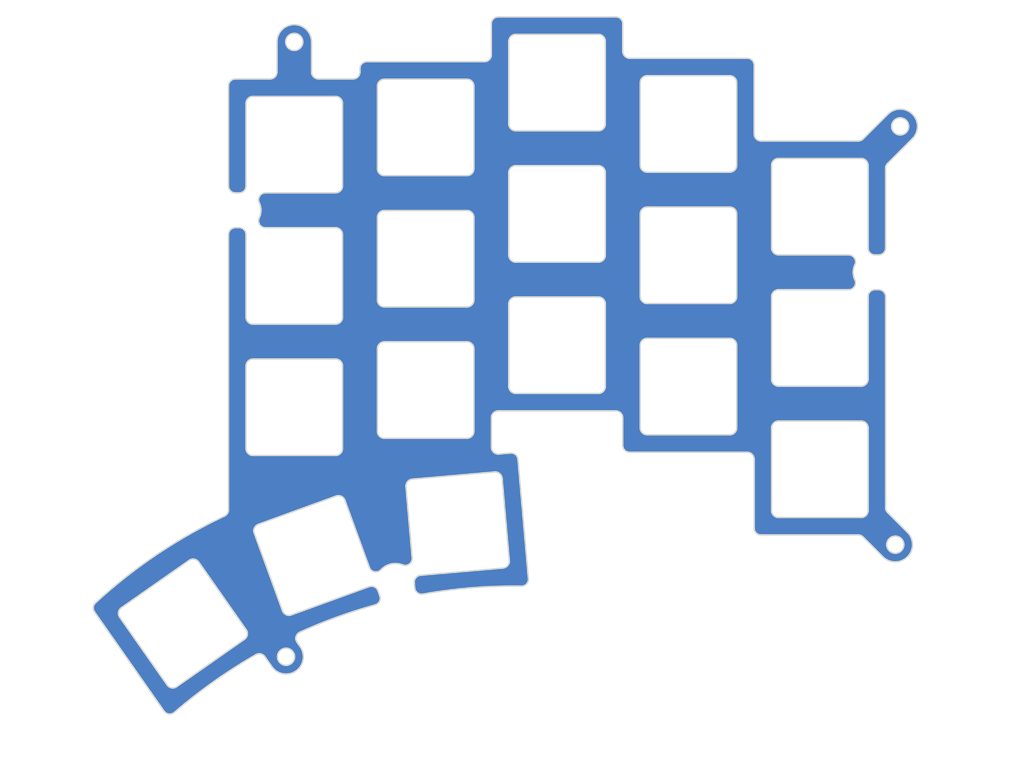
<source format=kicad_pcb>
(kicad_pcb (version 20221018) (generator pcbnew)
  (layers (0 "F.Cu" signal) (31 "B.Cu" signal) (34 "B.Paste" user) (35 "F.Paste" user) (36 "B.SilkS" user "B.Silkscreen") (37 "F.SilkS" user "F.Silkscreen") (38 "B.Mask" user) (39 "F.Mask" user) (44 "Edge.Cuts" user))
  (net 0 "")
  (gr_arc (start 107.785706 79.798925) (mid 107.0786 79.506031) (end 106.785706 78.798925) (stroke (width 0.2)) (layer "Edge.Cuts"))
  (gr_arc (start 120.785706 78.798925) (mid 120.492813 79.506032) (end 119.785706 79.798925) (stroke (width 0.2)) (layer "Edge.Cuts"))
  (gr_arc (start 158.885706 69.798925) (mid 158.592828 70.506049) (end 157.885706 70.798925) (stroke (width 0.2)) (layer "Edge.Cuts"))
  (gr_line (start 177.935706 63.798925) (end 177.935706 75.798925) (stroke (width 0.2)) (layer "Edge.Cuts"))
  (gr_line (start 164.935706 43.748925) (end 176.935706 43.748925) (stroke (width 0.2)) (layer "Edge.Cuts"))
  (gr_line (start 164.935706 76.798925) (end 176.935706 76.798925) (stroke (width 0.2)) (layer "Edge.Cuts"))
  (gr_line (start 145.131648 98.498584) (end 143.447805 98.645803) (stroke (width 0.2)) (layer "Edge.Cuts"))
  (gr_line (start 164.935706 57.748925) (end 176.935706 57.748925) (stroke (width 0.2)) (layer "Edge.Cuts"))
  (gr_arc (start 179.460706 98.373925) (mid 180.167823 98.666806) (end 180.460706 99.373925) (stroke (width 0.2)) (layer "Edge.Cuts"))
  (gr_arc (start 182.985706 56.748925) (mid 183.278614 56.041835) (end 183.985706 55.748925) (stroke (width 0.2)) (layer "Edge.Cuts"))
  (gr_line (start 109.616802 65.798925) (end 119.785706 65.798925) (stroke (width 0.2)) (layer "Edge.Cuts"))
  (gr_arc (start 158.885706 88.848925) (mid 158.592828 89.556049) (end 157.885706 89.848925) (stroke (width 0.2)) (layer "Edge.Cuts"))
  (gr_arc (start 199.86426 49.334838) (mid 203.399794 49.334838) (end 203.399794 52.870372) (stroke (width 0.2)) (layer "Edge.Cuts"))
  (gr_line (start 112.075295 121.386822) (end 107.971701 110.110275) (stroke (width 0.2)) (layer "Edge.Cuts"))
  (gr_line (start 139.835706 64.298925) (end 139.835706 76.298925) (stroke (width 0.2)) (layer "Edge.Cuts"))
  (gr_line (start 202.692687 110.020372) (end 199.8036 107.131284) (stroke (width 0.2)) (layer "Edge.Cuts"))
  (gr_arc (start 106.785706 59.748925) (mid 106.492813 60.456032) (end 105.785706 60.748925) (stroke (width 0.2)) (layer "Edge.Cuts"))
  (gr_arc (start 108.213494 127.737873) (mid 108.929396 127.628517) (end 109.531384 128.031115) (stroke (width 0.2)) (layer "Edge.Cuts"))
  (gr_line (start 142.836168 101.233912) (end 130.881772 102.279094) (stroke (width 0.2)) (layer "Edge.Cuts"))
  (gr_arc (start 96.741944 132.398375) (mid 95.99471 132.563987) (end 95.34923 132.152719) (stroke (width 0.2)) (layer "Edge.Cuts"))
  (gr_line (start 181.460706 53.223925) (end 195.560959 53.223925) (stroke (width 0.2)) (layer "Edge.Cuts"))
  (gr_line (start 158.885706 76.848925) (end 158.885706 88.848925) (stroke (width 0.2)) (layer "Edge.Cuts"))
  (gr_arc (start 130.87676 113.703015) (mid 130.476515 114.593134) (end 129.508619 114.71837) (stroke (width 0.2)) (layer "Edge.Cuts"))
  (gr_line (start 145.885706 37.748925) (end 157.885706 37.748925) (stroke (width 0.2)) (layer "Edge.Cuts"))
  (gr_arc (start 157.885706 75.848925) (mid 158.592815 76.141817) (end 158.885706 76.848925) (stroke (width 0.2)) (layer "Edge.Cuts"))
  (gr_line (start 181.460706 110.373925) (end 195.560959 110.373925) (stroke (width 0.2)) (layer "Edge.Cuts"))
  (gr_line (start 106.81782 124.123307) (end 99.935467 114.293088) (stroke (width 0.2)) (layer "Edge.Cuts"))
  (gr_line (start 109.616802 60.748925) (end 119.785706 60.748925) (stroke (width 0.2)) (layer "Edge.Cuts"))
  (gr_arc (start 145.885706 70.798925) (mid 145.178601 70.506031) (end 144.885706 69.798925) (stroke (width 0.2)) (layer "Edge.Cuts"))
  (gr_arc (start 158.885706 50.748925) (mid 158.592828 51.456049) (end 157.885706 51.748925) (stroke (width 0.2)) (layer "Edge.Cuts"))
  (gr_line (start 111.285706 43.223925) (end 111.285706 38.844123) (stroke (width 0.2)) (layer "Edge.Cuts"))
  (gr_line (start 145.885706 56.798925) (end 157.885706 56.798925) (stroke (width 0.2)) (layer "Edge.Cuts"))
  (gr_arc (start 164.935706 76.798925) (mid 164.228601 76.506031) (end 163.935706 75.798925) (stroke (width 0.2)) (layer "Edge.Cuts"))
  (gr_arc (start 144.885706 76.848925) (mid 145.178614 76.141835) (end 145.885706 75.848925) (stroke (width 0.2)) (layer "Edge.Cuts"))
  (gr_line (start 126.835706 58.248925) (end 138.835706 58.248925) (stroke (width 0.2)) (layer "Edge.Cuts"))
  (gr_arc (start 181.460706 110.373925) (mid 180.753609 110.08102) (end 180.460706 109.373925) (stroke (width 0.2)) (layer "Edge.Cuts"))
  (gr_line (start 144.964649 114.097409) (end 143.919466 102.143013) (stroke (width 0.2)) (layer "Edge.Cuts"))
  (gr_line (start 126.835706 77.298925) (end 138.835706 77.298925) (stroke (width 0.2)) (layer "Edge.Cuts"))
  (gr_line (start 197.985706 69.748925) (end 198.510706 69.748925) (stroke (width 0.2)) (layer "Edge.Cuts"))
  (gr_line (start 164.935706 95.848925) (end 176.935706 95.848925) (stroke (width 0.2)) (layer "Edge.Cuts"))
  (gr_arc (start 147.728144 116.715057) (mid 147.464094 117.483319) (end 146.716864 117.802042) (stroke (width 0.2)) (layer "Edge.Cuts"))
  (gr_arc (start 109.616802 65.798925) (mid 108.771462 65.333156) (end 108.71359 64.36973) (stroke (width 0.2)) (layer "Edge.Cuts"))
  (gr_line (start 183.985706 88.798925) (end 195.985706 88.798925) (stroke (width 0.2)) (layer "Edge.Cuts"))
  (gr_arc (start 176.935706 43.748925) (mid 177.642823 44.041806) (end 177.935706 44.748925) (stroke (width 0.2)) (layer "Edge.Cuts"))
  (gr_arc (start 138.835706 44.248925) (mid 139.542815 44.541817) (end 139.835706 45.248925) (stroke (width 0.2)) (layer "Edge.Cuts"))
  (gr_arc (start 195.985706 55.748925) (mid 196.692823 56.041806) (end 196.985706 56.748925) (stroke (width 0.2)) (layer "Edge.Cuts"))
  (gr_arc (start 108.71359 62.17812) (mid 108.960706 63.273925) (end 108.71359 64.36973) (stroke (width 0.2)) (layer "Edge.Cuts"))
  (gr_arc (start 142.360706 36.223925) (mid 142.653614 35.516835) (end 143.360706 35.223925) (stroke (width 0.2)) (layer "Edge.Cuts"))
  (gr_arc (start 96.38568 136.118128) (mid 95.608983 136.352493) (end 94.9141 135.933778) (stroke (width 0.2)) (layer "Edge.Cuts"))
  (gr_arc (start 119.785706 65.798925) (mid 120.492813 66.091818) (end 120.785706 66.798925) (stroke (width 0.2)) (layer "Edge.Cuts"))
  (gr_arc (start 199.510706 57.173673) (mid 199.586825 56.790987) (end 199.8036 56.466566) (stroke (width 0.2)) (layer "Edge.Cuts"))
  (gr_line (start 141.360706 41.723925) (end 124.310706 41.723925) (stroke (width 0.2)) (layer "Edge.Cuts"))
  (gr_line (start 161.410706 40.223925) (end 161.410706 36.223925) (stroke (width 0.2)) (layer "Edge.Cuts"))
  (gr_arc (start 197.985706 69.748925) (mid 197.278609 69.45602) (end 196.985706 68.748925) (stroke (width 0.2)) (layer "Edge.Cuts"))
  (gr_arc (start 163.935706 44.748925) (mid 164.228614 44.041835) (end 164.935706 43.748925) (stroke (width 0.2)) (layer "Edge.Cuts"))
  (gr_line (start 120.785706 66.798925) (end 120.785706 78.798925) (stroke (width 0.2)) (layer "Edge.Cuts"))
  (gr_line (start 179.460706 41.223925) (end 162.410706 41.223925) (stroke (width 0.2)) (layer "Edge.Cuts"))
  (gr_arc (start 163.935706 82.848925) (mid 164.228614 82.141835) (end 164.935706 81.848925) (stroke (width 0.2)) (layer "Edge.Cuts"))
  (gr_line (start 124.633521 117.880974) (end 113.356974 121.984568) (stroke (width 0.2)) (layer "Edge.Cuts"))
  (gr_arc (start 88.466877 122.322499) (mid 88.301264 121.575265) (end 88.712533 120.929785) (stroke (width 0.2)) (layer "Edge.Cuts"))
  (gr_line (start 196.268066 110.666818) (end 199.157153 113.555906) (stroke (width 0.2)) (layer "Edge.Cuts"))
  (gr_line (start 177.935706 44.748925) (end 177.935706 56.748925) (stroke (width 0.2)) (layer "Edge.Cuts"))
  (gr_arc (start 177.935706 75.798925) (mid 177.642828 76.506049) (end 176.935706 76.798925) (stroke (width 0.2)) (layer "Edge.Cuts"))
  (gr_arc (start 138.835706 82.348925) (mid 139.542815 82.641817) (end 139.835706 83.348925) (stroke (width 0.2)) (layer "Edge.Cuts"))
  (gr_arc (start 120.785706 97.848925) (mid 120.492813 98.556032) (end 119.785706 98.848925) (stroke (width 0.2)) (layer "Edge.Cuts"))
  (gr_arc (start 183.985706 69.748925) (mid 183.278609 69.45602) (end 182.985706 68.748925) (stroke (width 0.2)) (layer "Edge.Cuts"))
  (gr_line (start 105.785706 65.798925) (end 105.260706 65.798925) (stroke (width 0.2)) (layer "Edge.Cuts"))
  (gr_line (start 183.985706 55.748925) (end 195.985706 55.748925) (stroke (width 0.2)) (layer "Edge.Cuts"))
  (gr_line (start 158.885706 38.748925) (end 158.885706 50.748925) (stroke (width 0.2)) (layer "Edge.Cuts"))
  (gr_arc (start 117.285706 44.223925) (mid 116.5786 43.931031) (end 116.285706 43.223925) (stroke (width 0.2)) (layer "Edge.Cuts"))
  (gr_arc (start 111.285706 43.223925) (mid 110.992813 43.931032) (end 110.285706 44.223925) (stroke (width 0.2)) (layer "Edge.Cuts"))
  (gr_line (start 183.985706 93.848925) (end 195.985706 93.848925) (stroke (width 0.2)) (layer "Edge.Cuts"))
  (gr_arc (start 194.154611 69.748925) (mid 194.999952 70.214681) (end 195.057822 71.17812) (stroke (width 0.2)) (layer "Edge.Cuts"))
  (gr_arc (start 202.692687 110.020372) (mid 202.692687 113.555906) (end 199.157153 113.555906) (stroke (width 0.2)) (layer "Edge.Cuts"))
  (gr_arc (start 162.410706 98.373925) (mid 161.703601 98.081031) (end 161.410706 97.373925) (stroke (width 0.2)) (layer "Edge.Cuts"))
  (gr_arc (start 123.310706 42.723925) (mid 123.6036 42.016819) (end 124.310706 41.723925) (stroke (width 0.2)) (layer "Edge.Cuts"))
  (gr_arc (start 114.640828 126.611099) (mid 114.026689 130.092886) (end 110.544903 129.478746) (stroke (width 0.2)) (layer "Edge.Cuts"))
  (gr_line (start 120.785706 85.848925) (end 120.785706 97.848925) (stroke (width 0.2)) (layer "Edge.Cuts"))
  (gr_arc (start 124.633521 117.880974) (mid 125.398157 117.914403) (end 125.915199 118.47872) (stroke (width 0.2)) (layer "Edge.Cuts"))
  (gr_arc (start 123.310706 43.223925) (mid 123.017813 43.931032) (end 122.310706 44.223925) (stroke (width 0.2)) (layer "Edge.Cuts"))
  (gr_arc (start 119.785706 84.848925) (mid 120.492813 85.141818) (end 120.785706 85.848925) (stroke (width 0.2)) (layer "Edge.Cuts"))
  (gr_line (start 104.260706 59.748925) (end 104.260706 45.223925) (stroke (width 0.2)) (layer "Edge.Cuts"))
  (gr_line (start 145.885706 89.848925) (end 157.885706 89.848925) (stroke (width 0.2)) (layer "Edge.Cuts"))
  (gr_arc (start 104.260706 106.729762) (mid 104.105344 107.2651) (end 103.687533 107.634095) (stroke (width 0.2)) (layer "Edge.Cuts"))
  (gr_arc (start 196.985706 87.798925) (mid 196.692828 88.506049) (end 195.985706 88.798925) (stroke (width 0.2)) (layer "Edge.Cuts"))
  (gr_line (start 116.285706 43.223925) (end 116.285706 38.844123) (stroke (width 0.2)) (layer "Edge.Cuts"))
  (gr_line (start 145.885706 75.848925) (end 157.885706 75.848925) (stroke (width 0.2)) (layer "Edge.Cuts"))
  (gr_line (start 161.410706 93.373925) (end 161.410706 97.373925) (stroke (width 0.2)) (layer "Edge.Cuts"))
  (gr_arc (start 164.935706 95.848925) (mid 164.228601 95.556031) (end 163.935706 94.848925) (stroke (width 0.2)) (layer "Edge.Cuts"))
  (gr_arc (start 145.885706 51.748925) (mid 145.178601 51.456031) (end 144.885706 50.748925) (stroke (width 0.2)) (layer "Edge.Cuts"))
  (gr_line (start 106.785706 85.848925) (end 106.785706 97.848925) (stroke (width 0.2)) (layer "Edge.Cuts"))
  (gr_arc (start 182.985706 94.848925) (mid 183.278614 94.141835) (end 183.985706 93.848925) (stroke (width 0.2)) (layer "Edge.Cuts"))
  (gr_line (start 163.935706 44.748925) (end 163.935706 56.748925) (stroke (width 0.2)) (layer "Edge.Cuts"))
  (gr_arc (start 120.785706 59.748925) (mid 120.492813 60.456032) (end 119.785706 60.748925) (stroke (width 0.2)) (layer "Edge.Cuts"))
  (gr_circle (center 200.92492 111.788139) (end 202.17492 111.788139) (stroke (width 0.2)) (fill none) (layer "Edge.Cuts"))
  (gr_line (start 139.835706 83.348925) (end 139.835706 95.348925) (stroke (width 0.2)) (layer "Edge.Cuts"))
  (gr_arc (start 144.964649 114.097409) (mid 144.734443 114.827318) (end 144.055548 115.180707) (stroke (width 0.2)) (layer "Edge.Cuts"))
  (gr_line (start 143.360706 92.373925) (end 160.410706 92.373925) (stroke (width 0.2)) (layer "Edge.Cuts"))
  (gr_circle (center 201.632027 51.102605) (end 202.882027 51.102605) (stroke (width 0.2)) (fill none) (layer "Edge.Cuts"))
  (gr_arc (start 139.835706 76.298925) (mid 139.542813 77.006031) (end 138.835706 77.298925) (stroke (width 0.2)) (layer "Edge.Cuts"))
  (gr_line (start 139.835706 45.248925) (end 139.835706 57.248925) (stroke (width 0.2)) (layer "Edge.Cuts"))
  (gr_line (start 108.569447 108.828597) (end 119.845994 104.725002) (stroke (width 0.2)) (layer "Edge.Cuts"))
  (gr_arc (start 182.985706 75.798925) (mid 183.278614 75.091835) (end 183.985706 74.798925) (stroke (width 0.2)) (layer "Edge.Cuts"))
  (gr_circle (center 113.785706 38.844123) (end 115.035706 38.844123) (stroke (width 0.2)) (fill none) (layer "Edge.Cuts"))
  (gr_line (start 197.985706 74.798925) (end 198.510706 74.798925) (stroke (width 0.2)) (layer "Edge.Cuts"))
  (gr_arc (start 176.935706 62.798925) (mid 177.642823 63.091806) (end 177.935706 63.798925) (stroke (width 0.2)) (layer "Edge.Cuts"))
  (gr_arc (start 162.410706 41.223925) (mid 161.703601 40.931031) (end 161.410706 40.223925) (stroke (width 0.2)) (layer "Edge.Cuts"))
  (gr_arc (start 106.81782 124.123307) (mid 106.983432 124.870541) (end 106.572164 125.516022) (stroke (width 0.2)) (layer "Edge.Cuts"))
  (gr_line (start 107.785706 84.848925) (end 119.785706 84.848925) (stroke (width 0.2)) (layer "Edge.Cuts"))
  (gr_line (start 147.728144 116.715057) (end 146.214947 99.407685) (stroke (width 0.2)) (layer "Edge.Cuts"))
  (gr_arc (start 106.785706 47.748925) (mid 107.0786 47.041819) (end 107.785706 46.748925) (stroke (width 0.2)) (layer "Edge.Cuts"))
  (gr_arc (start 107.785706 98.848925) (mid 107.0786 98.556031) (end 106.785706 97.848925) (stroke (width 0.2)) (layer "Edge.Cuts"))
  (gr_arc (start 196.985706 106.848925) (mid 196.692828 107.556049) (end 195.985706 107.848925) (stroke (width 0.2)) (layer "Edge.Cuts"))
  (gr_line (start 177.935706 82.848925) (end 177.935706 94.848925) (stroke (width 0.2)) (layer "Edge.Cuts"))
  (gr_line (start 106.785706 47.748925) (end 106.785706 59.748925) (stroke (width 0.2)) (layer "Edge.Cuts"))
  (gr_arc (start 144.885706 57.798925) (mid 145.178614 57.091835) (end 145.885706 56.798925) (stroke (width 0.2)) (layer "Edge.Cuts"))
  (gr_line (start 105.785706 60.748925) (end 105.260706 60.748925) (stroke (width 0.2)) (layer "Edge.Cuts"))
  (gr_arc (start 183.985706 107.848925) (mid 183.278609 107.55602) (end 182.985706 106.848925) (stroke (width 0.2)) (layer "Edge.Cuts"))
  (gr_line (start 162.410706 98.373925) (end 179.460706 98.373925) (stroke (width 0.2)) (layer "Edge.Cuts"))
  (gr_arc (start 114.185407 125.960611) (mid 114.040188 125.122649) (end 114.592492 124.475943) (stroke (width 0.2)) (layer "Edge.Cuts"))
  (gr_arc (start 199.510706 68.748925) (mid 199.217828 69.456049) (end 198.510706 69.748925) (stroke (width 0.2)) (layer "Edge.Cuts"))
  (gr_line (start 114.640828 126.611099) (end 114.185407 125.960611) (stroke (width 0.2)) (layer "Edge.Cuts"))
  (gr_arc (start 107.971701 110.110275) (mid 108.00513 109.345639) (end 108.569447 108.828597) (stroke (width 0.2)) (layer "Edge.Cuts"))
  (gr_arc (start 98.542752 114.047432) (mid 99.289987 113.881819) (end 99.935467 114.293088) (stroke (width 0.2)) (layer "Edge.Cuts"))
  (gr_line (start 126.835706 82.348925) (end 138.835706 82.348925) (stroke (width 0.2)) (layer "Edge.Cuts"))
  (gr_line (start 120.785706 47.748925) (end 120.785706 59.748925) (stroke (width 0.2)) (layer "Edge.Cuts"))
  (gr_arc (start 126.183513 119.216039) (mid 126.132728 120.016055) (end 125.510714 120.521726) (stroke (width 0.2)) (layer "Edge.Cuts"))
  (gr_line (start 123.310706 42.723925) (end 123.310706 43.223925) (stroke (width 0.2)) (layer "Edge.Cuts"))
  (gr_arc (start 179.460706 41.223925) (mid 180.167823 41.516806) (end 180.460706 42.223925) (stroke (width 0.2)) (layer "Edge.Cuts"))
  (gr_arc (start 163.935706 63.798925) (mid 164.228614 63.091835) (end 164.935706 62.798925) (stroke (width 0.2)) (layer "Edge.Cuts"))
  (gr_line (start 180.460706 52.223925) (end 180.460706 42.223925) (stroke (width 0.2)) (layer "Edge.Cuts"))
  (gr_arc (start 119.845994 104.725002) (mid 120.610631 104.758431) (end 121.127673 105.322749) (stroke (width 0.2)) (layer "Edge.Cuts"))
  (gr_line (start 88.466877 122.322499) (end 95.34923 132.152719) (stroke (width 0.2)) (layer "Edge.Cuts"))
  (gr_line (start 125.835706 64.298925) (end 125.835706 76.298925) (stroke (width 0.2)) (layer "Edge.Cuts"))
  (gr_line (start 182.985706 94.848925) (end 182.985706 106.848925) (stroke (width 0.2)) (layer "Edge.Cuts"))
  (gr_arc (start 126.34633 115.419243) (mid 125.416158 115.714682) (end 124.677306 115.077028) (stroke (width 0.2)) (layer "Edge.Cuts"))
  (gr_line (start 121.127673 105.322749) (end 124.677306 115.077028) (stroke (width 0.2)) (layer "Edge.Cuts"))
  (gr_arc (start 177.935706 94.848925) (mid 177.642828 95.556049) (end 176.935706 95.848925) (stroke (width 0.2)) (layer "Edge.Cuts"))
  (gr_line (start 196.985706 56.748925) (end 196.985706 68.748925) (stroke (width 0.2)) (layer "Edge.Cuts"))
  (gr_line (start 182.985706 75.798925) (end 182.985706 87.798925) (stroke (width 0.2)) (layer "Edge.Cuts"))
  (gr_line (start 183.985706 74.798925) (end 194.154611 74.798925) (stroke (width 0.2)) (layer "Edge.Cuts"))
  (gr_arc (start 96.38568 136.118128) (mid 102.101839 131.648901) (end 108.213494 127.737873) (stroke (width 0.2)) (layer "Edge.Cuts"))
  (gr_line (start 126.835706 44.248925) (end 138.835706 44.248925) (stroke (width 0.2)) (layer "Edge.Cuts"))
  (gr_arc (start 157.885706 37.748925) (mid 158.592815 38.041817) (end 158.885706 38.748925) (stroke (width 0.2)) (layer "Edge.Cuts"))
  (gr_arc (start 125.835706 83.348925) (mid 126.1286 82.641819) (end 126.835706 82.348925) (stroke (width 0.2)) (layer "Edge.Cuts"))
  (gr_arc (start 126.34633 115.419243) (mid 127.819224 114.580388) (end 129.508619 114.71837) (stroke (width 0.2)) (layer "Edge.Cuts"))
  (gr_arc (start 145.131648 98.498584) (mid 145.861577 98.728776) (end 146.214947 99.407685) (stroke (width 0.2)) (layer "Edge.Cuts"))
  (gr_line (start 109.531384 128.031115) (end 110.544903 129.478746) (stroke (width 0.2)) (layer "Edge.Cuts"))
  (gr_arc (start 84.836 121.539) (mid 84.661007 120.85772) (end 84.977899 120.229752) (stroke (width 0.2)) (layer "Edge.Cuts"))
  (gr_arc (start 106.785706 85.848925) (mid 107.0786 85.141819) (end 107.785706 84.848925) (stroke (width 0.2)) (layer "Edge.Cuts"))
  (gr_line (start 104.260706 66.798925) (end 104.260706 106.729762) (stroke (width 0.2)) (layer "Edge.Cuts"))
  (gr_arc (start 108.71359 62.17812) (mid 108.771463 61.214694) (end 109.616802 60.748925) (stroke (width 0.2)) (layer "Edge.Cuts"))
  (gr_arc (start 111.285706 38.844123) (mid 113.785706 36.344123) (end 116.285706 38.844123) (stroke (width 0.2)) (layer "Edge.Cuts"))
  (gr_arc (start 104.260706 45.223925) (mid 104.5536 44.516819) (end 105.260706 44.223925) (stroke (width 0.2)) (layer "Edge.Cuts"))
  (gr_arc (start 131.19205 117.309188) (mid 131.422236 116.579249) (end 132.101151 116.22589) (stroke (width 0.2)) (layer "Edge.Cuts"))
  (gr_line (start 196.268066 52.931032) (end 199.86426 49.334838) (stroke (width 0.2)) (layer "Edge.Cuts"))
  (gr_arc (start 126.835706 96.348925) (mid 126.1286 96.056031) (end 125.835706 95.348925) (stroke (width 0.2)) (layer "Edge.Cuts"))
  (gr_arc (start 199.8036 107.131284) (mid 199.586836 106.806859) (end 199.510706 106.424178) (stroke (width 0.2)) (layer "Edge.Cuts"))
  (gr_arc (start 160.410706 92.373925) (mid 161.117815 92.666817) (end 161.410706 93.373925) (stroke (width 0.2)) (layer "Edge.Cuts"))
  (gr_arc (start 142.836168 101.233912) (mid 143.566101 101.464103) (end 143.919466 102.143013) (stroke (width 0.2)) (layer "Edge.Cuts"))
  (gr_line (start 129.97267 103.362392) (end 130.87676 113.703015) (stroke (width 0.2)) (layer "Edge.Cuts"))
  (gr_line (start 131.19205 117.309188) (end 131.257296 118.055447) (stroke (width 0.2)) (layer "Edge.Cuts"))
  (gr_line (start 107.785706 79.798925) (end 119.785706 79.798925) (stroke (width 0.2)) (layer "Edge.Cuts"))
  (gr_line (start 125.915199 118.47872) (end 126.183513 119.216039) (stroke (width 0.2)) (layer "Edge.Cuts"))
  (gr_line (start 163.935706 82.848925) (end 163.935706 94.848925) (stroke (width 0.2)) (layer "Edge.Cuts"))
  (gr_line (start 163.935706 63.798925) (end 163.935706 75.798925) (stroke (width 0.2)) (layer "Edge.Cuts"))
  (gr_line (start 126.835706 63.298925) (end 138.835706 63.298925) (stroke (width 0.2)) (layer "Edge.Cuts"))
  (gr_line (start 98.542752 114.047432) (end 88.712533 120.929785) (stroke (width 0.2)) (layer "Edge.Cuts"))
  (gr_arc (start 126.835706 58.248925) (mid 126.1286 57.956031) (end 125.835706 57.248925) (stroke (width 0.2)) (layer "Edge.Cuts"))
  (gr_line (start 107.785706 98.848925) (end 119.785706 98.848925) (stroke (width 0.2)) (layer "Edge.Cuts"))
  (gr_arc (start 181.460706 53.223925) (mid 180.753609 52.93102) (end 180.460706 52.223925) (stroke (width 0.2)) (layer "Edge.Cuts"))
  (gr_line (start 164.935706 62.798925) (end 176.935706 62.798925) (stroke (width 0.2)) (layer "Edge.Cuts"))
  (gr_arc (start 142.360706 93.373925) (mid 142.653614 92.666835) (end 143.360706 92.373925) (stroke (width 0.2)) (layer "Edge.Cuts"))
  (gr_line (start 96.741944 132.398375) (end 106.572164 125.516022) (stroke (width 0.2)) (layer "Edge.Cuts"))
  (gr_arc (start 126.835706 77.298925) (mid 126.1286 77.006031) (end 125.835706 76.298925) (stroke (width 0.2)) (layer "Edge.Cuts"))
  (gr_arc (start 129.97267 103.362392) (mid 130.202863 102.632463) (end 130.881772 102.279094) (stroke (width 0.2)) (layer "Edge.Cuts"))
  (gr_arc (start 139.835706 57.248925) (mid 139.542813 57.956031) (end 138.835706 58.248925) (stroke (width 0.2)) (layer "Edge.Cuts"))
  (gr_arc (start 195.057822 73.36973) (mid 194.999983 74.333188) (end 194.154611 74.798925) (stroke (width 0.2)) (layer "Edge.Cuts"))
  (gr_line (start 199.510706 57.173673) (end 199.510706 68.748925) (stroke (width 0.2)) (layer "Edge.Cuts"))
  (gr_arc (start 142.360706 40.723925) (mid 142.067813 41.431031) (end 141.360706 41.723925) (stroke (width 0.2)) (layer "Edge.Cuts"))
  (gr_arc (start 125.835706 45.248925) (mid 126.1286 44.541819) (end 126.835706 44.248925) (stroke (width 0.2)) (layer "Edge.Cuts"))
  (gr_line (start 145.885706 51.748925) (end 157.885706 51.748925) (stroke (width 0.2)) (layer "Edge.Cuts"))
  (gr_line (start 182.985706 56.748925) (end 182.985706 68.748925) (stroke (width 0.2)) (layer "Edge.Cuts"))
  (gr_line (start 180.460706 99.373925) (end 180.460706 109.373925) (stroke (width 0.2)) (layer "Edge.Cuts"))
  (gr_arc (start 84.977899 120.229752) (mid 93.854602 113.221732) (end 103.687533 107.634095) (stroke (width 0.2)) (layer "Edge.Cuts"))
  (gr_line (start 164.935706 81.848925) (end 176.935706 81.848925) (stroke (width 0.2)) (layer "Edge.Cuts"))
  (gr_line (start 196.985706 94.848925) (end 196.985706 106.848925) (stroke (width 0.2)) (layer "Edge.Cuts"))
  (gr_line (start 160.410706 35.223925) (end 143.360706 35.223925) (stroke (width 0.2)) (layer "Edge.Cuts"))
  (gr_arc (start 105.785706 65.798925) (mid 106.492813 66.091818) (end 106.785706 66.798925) (stroke (width 0.2)) (layer "Edge.Cuts"))
  (gr_arc (start 114.592492 124.475943) (mid 119.975165 122.287776) (end 125.510714 120.521726) (stroke (width 0.2)) (layer "Edge.Cuts"))
  (gr_arc (start 195.985706 93.848925) (mid 196.692823 94.141806) (end 196.985706 94.848925) (stroke (width 0.2)) (layer "Edge.Cuts"))
  (gr_line (start 117.285706 44.223925) (end 122.310706 44.223925) (stroke (width 0.2)) (layer "Edge.Cuts"))
  (gr_arc (start 177.935706 56.748925) (mid 177.642828 57.456049) (end 176.935706 57.748925) (stroke (width 0.2)) (layer "Edge.Cuts"))
  (gr_line (start 125.835706 83.348925) (end 125.835706 95.348925) (stroke (width 0.2)) (layer "Edge.Cuts"))
  (gr_line (start 142.360706 36.223925) (end 142.360706 40.723925) (stroke (width 0.2)) (layer "Edge.Cuts"))
  (gr_line (start 132.101151 116.22589) (end 144.055548 115.180707) (stroke (width 0.2)) (layer "Edge.Cuts"))
  (gr_arc (start 164.935706 57.748925) (mid 164.228601 57.456031) (end 163.935706 56.748925) (stroke (width 0.2)) (layer "Edge.Cuts"))
  (gr_arc (start 198.510706 74.798925) (mid 199.217823 75.091806) (end 199.510706 75.798925) (stroke (width 0.2)) (layer "Edge.Cuts"))
  (gr_line (start 125.835706 45.248925) (end 125.835706 57.248925) (stroke (width 0.2)) (layer "Edge.Cuts"))
  (gr_line (start 144.885706 38.748925) (end 144.885706 50.748925) (stroke (width 0.2)) (layer "Edge.Cuts"))
  (gr_line (start 183.985706 107.848925) (end 195.985706 107.848925) (stroke (width 0.2)) (layer "Edge.Cuts"))
  (gr_arc (start 160.410706 35.223925) (mid 161.117815 35.516817) (end 161.410706 36.223925) (stroke (width 0.2)) (layer "Edge.Cuts"))
  (gr_arc (start 132.428419 118.952931) (mid 131.645225 118.762079) (end 131.257296 118.055447) (stroke (width 0.2)) (layer "Edge.Cuts"))
  (gr_line (start 199.8036 56.466566) (end 203.399794 52.870372) (stroke (width 0.2)) (layer "Edge.Cuts"))
  (gr_arc (start 144.885706 38.748925) (mid 145.178614 38.041835) (end 145.885706 37.748925) (stroke (width 0.2)) (layer "Edge.Cuts"))
  (gr_arc (start 113.356974 121.984568) (mid 112.592337 121.95114) (end 112.075295 121.386822) (stroke (width 0.2)) (layer "Edge.Cuts"))
  (gr_arc (start 176.935706 81.848925) (mid 177.642823 82.141806) (end 177.935706 82.848925) (stroke (width 0.2)) (layer "Edge.Cuts"))
  (gr_arc (start 139.835706 95.348925) (mid 139.542813 96.056031) (end 138.835706 96.348925) (stroke (width 0.2)) (layer "Edge.Cuts"))
  (gr_line (start 158.885706 57.798925) (end 158.885706 69.798925) (stroke (width 0.2)) (layer "Edge.Cuts"))
  (gr_arc (start 196.268066 52.931032) (mid 195.943646 53.147819) (end 195.560959 53.223925) (stroke (width 0.2)) (layer "Edge.Cuts"))
  (gr_arc (start 195.560959 110.373925) (mid 195.943643 110.450046) (end 196.268066 110.666818) (stroke (width 0.2)) (layer "Edge.Cuts"))
  (gr_line (start 196.985706 75.798925) (end 196.985706 87.798925) (stroke (width 0.2)) (layer "Edge.Cuts"))
  (gr_arc (start 145.885706 89.848925) (mid 145.178601 89.556031) (end 144.885706 88.848925) (stroke (width 0.2)) (layer "Edge.Cuts"))
  (gr_line (start 105.260706 44.223925) (end 110.285706 44.223925) (stroke (width 0.2)) (layer "Edge.Cuts"))
  (gr_line (start 106.785706 66.798925) (end 106.785706 78.798925) (stroke (width 0.2)) (layer "Edge.Cuts"))
  (gr_arc (start 143.447805 98.645803) (mid 142.685098 98.38686) (end 142.360706 97.649604) (stroke (width 0.2)) (layer "Edge.Cuts"))
  (gr_arc (start 157.885706 56.798925) (mid 158.592815 57.091817) (end 158.885706 57.798925) (stroke (width 0.2)) (layer "Edge.Cuts"))
  (gr_arc (start 125.835706 64.298925) (mid 126.1286 63.591819) (end 126.835706 63.298925) (stroke (width 0.2)) (layer "Edge.Cuts"))
  (gr_arc (start 119.785706 46.748925) (mid 120.492813 47.041818) (end 120.785706 47.748925) (stroke (width 0.2)) (layer "Edge.Cuts"))
  (gr_arc (start 138.835706 63.298925) (mid 139.542815 63.591817) (end 139.835706 64.298925) (stroke (width 0.2)) (layer "Edge.Cuts"))
  (gr_line (start 183.985706 69.748925) (end 194.154611 69.748925) (stroke (width 0.2)) (layer "Edge.Cuts"))
  (gr_line (start 145.885706 70.798925) (end 157.885706 70.798925) (stroke (width 0.2)) (layer "Edge.Cuts"))
  (gr_arc (start 132.428419 118.952931) (mid 139.545156 118.036254) (end 146.716864 117.802042) (stroke (width 0.2)) (layer "Edge.Cuts"))
  (gr_arc (start 195.057822 73.36973) (mid 194.810706 72.273925) (end 195.057822 71.17812) (stroke (width 0.2)) (layer "Edge.Cuts"))
  (gr_line (start 84.836 121.539) (end 94.9141 135.933778) (stroke (width 0.2)) (layer "Edge.Cuts"))
  (gr_line (start 142.360706 97.649604) (end 142.360706 93.373925) (stroke (width 0.2)) (layer "Edge.Cuts"))
  (gr_line (start 144.885706 76.848925) (end 144.885706 88.848925) (stroke (width 0.2)) (layer "Edge.Cuts"))
  (gr_arc (start 183.985706 88.798925) (mid 183.278609 88.50602) (end 182.985706 87.798925) (stroke (width 0.2)) (layer "Edge.Cuts"))
  (gr_circle (center 112.592865 128.044923) (end 113.842865 128.044923) (stroke (width 0.2)) (fill none) (layer "Edge.Cuts"))
  (gr_line (start 199.510706 75.798925) (end 199.510706 106.424178) (stroke (width 0.2)) (layer "Edge.Cuts"))
  (gr_arc (start 196.985706 75.798925) (mid 197.278614 75.091835) (end 197.985706 74.798925) (stroke (width 0.2)) (layer "Edge.Cuts"))
  (gr_arc (start 104.260706 66.798925) (mid 104.5536 66.091819) (end 105.260706 65.798925) (stroke (width 0.2)) (layer "Edge.Cuts"))
  (gr_line (start 126.835706 96.348925) (end 138.835706 96.348925) (stroke (width 0.2)) (layer "Edge.Cuts"))
  (gr_line (start 144.885706 57.798925) (end 144.885706 69.798925) (stroke (width 0.2)) (layer "Edge.Cuts"))
  (gr_arc (start 105.260706 60.748925) (mid 104.5536 60.456031) (end 104.260706 59.748925) (stroke (width 0.2)) (layer "Edge.Cuts"))
  (gr_line (start 107.785706 46.748925) (end 119.785706 46.748925) (stroke (width 0.2)) (layer "Edge.Cuts"))
  (zone (net 0) (net_name "") (layers "F&B.Cu") (connect_pads (clearance 0.5)) (min_thickness 0.25) (fill yes (thermal_gap 0.5) (thermal_bridge_width 0.5) (island_removal_mode 1) (island_area_min 10))
    (polygon (pts (xy 71.12 32.766) (xy 218.059 33.274) (xy 219.583 139.446) (xy 74.93 143.002)))
  )
)
</source>
